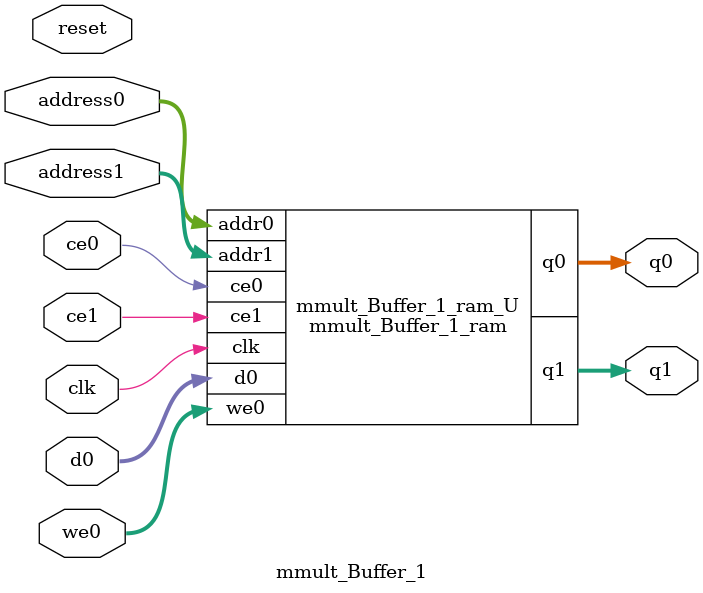
<source format=v>
`timescale 1 ns / 1 ps
module mmult_Buffer_1_ram (addr0, ce0, d0, we0, q0, addr1, ce1, q1,  clk);

parameter DWIDTH = 384;
parameter AWIDTH = 9;
parameter MEM_SIZE = 384;
parameter COL_WIDTH = 8;
parameter NUM_COL = (DWIDTH/COL_WIDTH);

input[AWIDTH-1:0] addr0;
input ce0;
input[DWIDTH-1:0] d0;
input [NUM_COL-1:0] we0;
output reg[DWIDTH-1:0] q0;
input[AWIDTH-1:0] addr1;
input ce1;
output reg[DWIDTH-1:0] q1;
input clk;

(* ram_style = "block" *)reg [DWIDTH-1:0] ram[0:MEM_SIZE-1];



genvar i;

generate
    for (i=0;i<NUM_COL;i=i+1) begin
        always @(posedge clk) begin
            if (ce0) begin
                if (we0[i]) begin
                    ram[addr0][i*COL_WIDTH +: COL_WIDTH] <= d0[i*COL_WIDTH +: COL_WIDTH]; 
                end
                q0[i*COL_WIDTH +: COL_WIDTH] <= ram[addr0][i*COL_WIDTH +: COL_WIDTH];
            end
        end
    end
endgenerate


always @(posedge clk) begin
    if (ce1) begin
        q1 <= ram[addr1];
    end
end


endmodule

`timescale 1 ns / 1 ps
module mmult_Buffer_1(
    reset,
    clk,
    address0,
    ce0,
    we0,
    d0,
    q0,
    address1,
    ce1,
    q1);

parameter DataWidth = 32'd384;
parameter AddressRange = 32'd384;
parameter AddressWidth = 32'd9;
input reset;
input clk;
input[AddressWidth - 1:0] address0;
input ce0;
input[DataWidth/8 - 1:0] we0;
input[DataWidth - 1:0] d0;
output[DataWidth - 1:0] q0;
input[AddressWidth - 1:0] address1;
input ce1;
output[DataWidth - 1:0] q1;



mmult_Buffer_1_ram mmult_Buffer_1_ram_U(
    .clk( clk ),
    .addr0( address0 ),
    .ce0( ce0 ),
    .we0( we0 ),
    .d0( d0 ),
    .q0( q0 ),
    .addr1( address1 ),
    .ce1( ce1 ),
    .q1( q1 ));

endmodule


</source>
